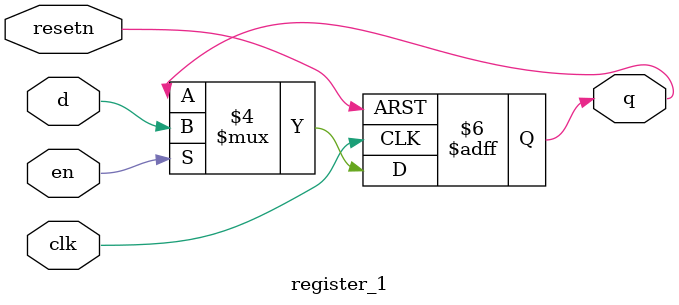
<source format=v>
/****************************************************************************
          Generic Register
****************************************************************************/
module register_33(d,clk,resetn,en,q);

input clk;
input resetn;
input en;
input [33-1:0] d;
output [33-1:0] q;
reg [33-1:0] q;

always @(posedge clk or negedge resetn)		//asynchronous reset
begin
	if (resetn==0)
		q<=0;
	else if (en==1)
		q<=d;
end

endmodule
/****************************************************************************
          Generic Register
****************************************************************************/
module register_5(d,clk,resetn,en,q);

input clk;
input resetn;
input en;
input [5-1:0] d;
output [5-1:0] q;
reg [5-1:0] q;

always @(posedge clk or negedge resetn)		//asynchronous reset
begin
	if (resetn==0)
		q<=0;
	else if (en==1)
		q<=d;
end

endmodule
/****************************************************************************
          Generic Register
****************************************************************************/
module register_1(d,clk,resetn,en,q);

input clk;
input resetn;
input en;
input [1-1:0] d;
output [1-1:0] q;
reg [1-1:0] q;

always @(posedge clk or negedge resetn)		//asynchronous reset
begin
	if (resetn==0)
		q<=0;
	else if (en==1)
		q<=d;
end

endmodule

</source>
